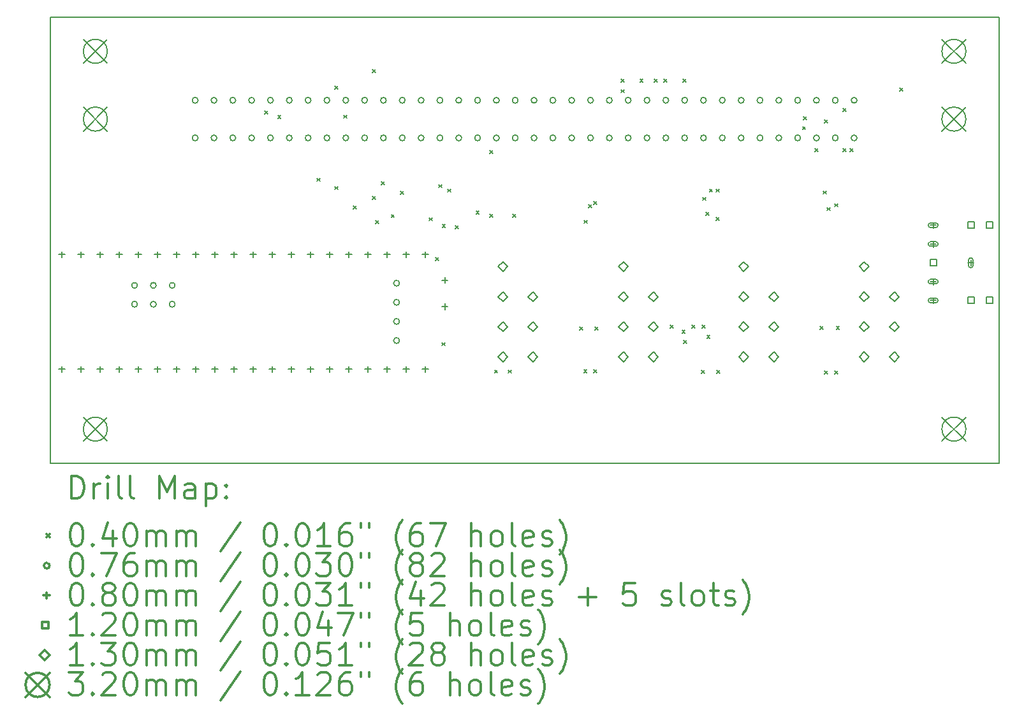
<source format=gbr>
%FSLAX45Y45*%
G04 Gerber Fmt 4.5, Leading zero omitted, Abs format (unit mm)*
G04 Created by KiCad (PCBNEW 5.1.5+dfsg1-2build2) date 2023-04-13 23:08:09*
%MOMM*%
%LPD*%
G04 APERTURE LIST*
%TA.AperFunction,Profile*%
%ADD10C,0.150000*%
%TD*%
%ADD11C,0.200000*%
%ADD12C,0.300000*%
G04 APERTURE END LIST*
D10*
X21150000Y-15070000D02*
X21150000Y-9150000D01*
X8550000Y-15070000D02*
X8550000Y-9150000D01*
X8550000Y-9150000D02*
X21150000Y-9150000D01*
X8550000Y-15070000D02*
X21150000Y-15070000D01*
D11*
X11400000Y-10390000D02*
X11440000Y-10430000D01*
X11440000Y-10390000D02*
X11400000Y-10430000D01*
X11573159Y-10450701D02*
X11613159Y-10490701D01*
X11613159Y-10450701D02*
X11573159Y-10490701D01*
X12094195Y-11285805D02*
X12134195Y-11325805D01*
X12134195Y-11285805D02*
X12094195Y-11325805D01*
X12330000Y-10060000D02*
X12370000Y-10100000D01*
X12370000Y-10060000D02*
X12330000Y-10100000D01*
X12331694Y-11395002D02*
X12371694Y-11435002D01*
X12371694Y-11395002D02*
X12331694Y-11435002D01*
X12450000Y-10447497D02*
X12490000Y-10487497D01*
X12490000Y-10447497D02*
X12450000Y-10487497D01*
X12575805Y-11655805D02*
X12615805Y-11695805D01*
X12615805Y-11655805D02*
X12575805Y-11695805D01*
X12830000Y-9840770D02*
X12870000Y-9880770D01*
X12870000Y-9840770D02*
X12830000Y-9880770D01*
X12830213Y-11527499D02*
X12870213Y-11567499D01*
X12870213Y-11527499D02*
X12830213Y-11567499D01*
X12870000Y-11850000D02*
X12910000Y-11890000D01*
X12910000Y-11850000D02*
X12870000Y-11890000D01*
X12950000Y-11332501D02*
X12990000Y-11372501D01*
X12990000Y-11332501D02*
X12950000Y-11372501D01*
X13080000Y-11767496D02*
X13120000Y-11807496D01*
X13120000Y-11767496D02*
X13080000Y-11807496D01*
X13200000Y-11460000D02*
X13240000Y-11500000D01*
X13240000Y-11460000D02*
X13200000Y-11500000D01*
X13580000Y-11810000D02*
X13620000Y-11850000D01*
X13620000Y-11810000D02*
X13580000Y-11850000D01*
X13665000Y-12340000D02*
X13705000Y-12380000D01*
X13705000Y-12340000D02*
X13665000Y-12380000D01*
X13710000Y-11370000D02*
X13750000Y-11410000D01*
X13750000Y-11370000D02*
X13710000Y-11410000D01*
X13750000Y-13470000D02*
X13790000Y-13510000D01*
X13790000Y-13470000D02*
X13750000Y-13510000D01*
X13756702Y-11896702D02*
X13796702Y-11936702D01*
X13796702Y-11896702D02*
X13756702Y-11936702D01*
X13830000Y-11430000D02*
X13870000Y-11470000D01*
X13870000Y-11430000D02*
X13830000Y-11470000D01*
X13929664Y-11914664D02*
X13969664Y-11954664D01*
X13969664Y-11914664D02*
X13929664Y-11954664D01*
X14205000Y-11720000D02*
X14245000Y-11760000D01*
X14245000Y-11720000D02*
X14205000Y-11760000D01*
X14387501Y-11765000D02*
X14427501Y-11805000D01*
X14427501Y-11765000D02*
X14387501Y-11805000D01*
X14390000Y-10915000D02*
X14430000Y-10955000D01*
X14430000Y-10915000D02*
X14390000Y-10955000D01*
X14450000Y-13835000D02*
X14490000Y-13875000D01*
X14490000Y-13835000D02*
X14450000Y-13875000D01*
X14630000Y-13835000D02*
X14670000Y-13875000D01*
X14670000Y-13835000D02*
X14630000Y-13875000D01*
X14690000Y-11765000D02*
X14730000Y-11805000D01*
X14730000Y-11765000D02*
X14690000Y-11805000D01*
X15580000Y-13265000D02*
X15620000Y-13305000D01*
X15620000Y-13265000D02*
X15580000Y-13305000D01*
X15635000Y-13830000D02*
X15675000Y-13870000D01*
X15675000Y-13830000D02*
X15635000Y-13870000D01*
X15640000Y-11845000D02*
X15680000Y-11885000D01*
X15680000Y-11845000D02*
X15640000Y-11885000D01*
X15700000Y-11635000D02*
X15740000Y-11675000D01*
X15740000Y-11635000D02*
X15700000Y-11675000D01*
X15768102Y-11593019D02*
X15808102Y-11633019D01*
X15808102Y-11593019D02*
X15768102Y-11633019D01*
X15770000Y-13830000D02*
X15810000Y-13870000D01*
X15810000Y-13830000D02*
X15770000Y-13870000D01*
X15785000Y-13265000D02*
X15825000Y-13305000D01*
X15825000Y-13265000D02*
X15785000Y-13305000D01*
X16130000Y-9970000D02*
X16170000Y-10010000D01*
X16170000Y-9970000D02*
X16130000Y-10010000D01*
X16130000Y-10110000D02*
X16170000Y-10150000D01*
X16170000Y-10110000D02*
X16130000Y-10150000D01*
X16380000Y-9969999D02*
X16420000Y-10009999D01*
X16420000Y-9969999D02*
X16380000Y-10009999D01*
X16570000Y-9970000D02*
X16610000Y-10010000D01*
X16610000Y-9970000D02*
X16570000Y-10010000D01*
X16700000Y-9970000D02*
X16740000Y-10010000D01*
X16740000Y-9970000D02*
X16700000Y-10010000D01*
X16785000Y-13240000D02*
X16825000Y-13280000D01*
X16825000Y-13240000D02*
X16785000Y-13280000D01*
X16940000Y-13305000D02*
X16980000Y-13345000D01*
X16980000Y-13305000D02*
X16940000Y-13345000D01*
X16950000Y-9970000D02*
X16990000Y-10010000D01*
X16990000Y-9970000D02*
X16950000Y-10010000D01*
X16960000Y-13440000D02*
X17000000Y-13480000D01*
X17000000Y-13440000D02*
X16960000Y-13480000D01*
X17070000Y-13240000D02*
X17110000Y-13280000D01*
X17110000Y-13240000D02*
X17070000Y-13280000D01*
X17200000Y-13840000D02*
X17240000Y-13880000D01*
X17240000Y-13840000D02*
X17200000Y-13880000D01*
X17205000Y-13240000D02*
X17245000Y-13280000D01*
X17245000Y-13240000D02*
X17205000Y-13280000D01*
X17215000Y-11540000D02*
X17255000Y-11580000D01*
X17255000Y-11540000D02*
X17215000Y-11580000D01*
X17259325Y-11737503D02*
X17299325Y-11777503D01*
X17299325Y-11737503D02*
X17259325Y-11777503D01*
X17270000Y-13375000D02*
X17310000Y-13415000D01*
X17310000Y-13375000D02*
X17270000Y-13415000D01*
X17305000Y-11430000D02*
X17345000Y-11470000D01*
X17345000Y-11430000D02*
X17305000Y-11470000D01*
X17390000Y-11805000D02*
X17430000Y-11845000D01*
X17430000Y-11805000D02*
X17390000Y-11845000D01*
X17390001Y-11430000D02*
X17430001Y-11470000D01*
X17430001Y-11430000D02*
X17390001Y-11470000D01*
X17400000Y-13840000D02*
X17440000Y-13880000D01*
X17440000Y-13840000D02*
X17400000Y-13880000D01*
X18540000Y-10600000D02*
X18580000Y-10640000D01*
X18580000Y-10600000D02*
X18540000Y-10640000D01*
X18550000Y-10470000D02*
X18590000Y-10510000D01*
X18590000Y-10470000D02*
X18550000Y-10510000D01*
X18705000Y-10890000D02*
X18745000Y-10930000D01*
X18745000Y-10890000D02*
X18705000Y-10930000D01*
X18775000Y-13255000D02*
X18815000Y-13295000D01*
X18815000Y-13255000D02*
X18775000Y-13295000D01*
X18815030Y-11454997D02*
X18855030Y-11494997D01*
X18855030Y-11454997D02*
X18815030Y-11494997D01*
X18830000Y-10510000D02*
X18870000Y-10550000D01*
X18870000Y-10510000D02*
X18830000Y-10550000D01*
X18835000Y-13845000D02*
X18875000Y-13885000D01*
X18875000Y-13845000D02*
X18835000Y-13885000D01*
X18865000Y-11675000D02*
X18905000Y-11715000D01*
X18905000Y-11675000D02*
X18865000Y-11715000D01*
X18965000Y-11625000D02*
X19005000Y-11665000D01*
X19005000Y-11625000D02*
X18965000Y-11665000D01*
X18970000Y-13845000D02*
X19010000Y-13885000D01*
X19010000Y-13845000D02*
X18970000Y-13885000D01*
X18990000Y-13255000D02*
X19030000Y-13295000D01*
X19030000Y-13255000D02*
X18990000Y-13295000D01*
X19080000Y-10357500D02*
X19120000Y-10397500D01*
X19120000Y-10357500D02*
X19080000Y-10397500D01*
X19080000Y-10890000D02*
X19120000Y-10930000D01*
X19120000Y-10890000D02*
X19080000Y-10930000D01*
X19170000Y-10890000D02*
X19210000Y-10930000D01*
X19210000Y-10890000D02*
X19170000Y-10930000D01*
X19830000Y-10090000D02*
X19870000Y-10130000D01*
X19870000Y-10090000D02*
X19830000Y-10130000D01*
X10513210Y-10250360D02*
G75*
G03X10513210Y-10250360I-38100J0D01*
G01*
X10513210Y-10750360D02*
G75*
G03X10513210Y-10750360I-38100J0D01*
G01*
X10763210Y-10250360D02*
G75*
G03X10763210Y-10250360I-38100J0D01*
G01*
X10763210Y-10750360D02*
G75*
G03X10763210Y-10750360I-38100J0D01*
G01*
X11013210Y-10250360D02*
G75*
G03X11013210Y-10250360I-38100J0D01*
G01*
X11013210Y-10750360D02*
G75*
G03X11013210Y-10750360I-38100J0D01*
G01*
X11263210Y-10250360D02*
G75*
G03X11263210Y-10250360I-38100J0D01*
G01*
X11263210Y-10750360D02*
G75*
G03X11263210Y-10750360I-38100J0D01*
G01*
X11513210Y-10250360D02*
G75*
G03X11513210Y-10250360I-38100J0D01*
G01*
X11513210Y-10750360D02*
G75*
G03X11513210Y-10750360I-38100J0D01*
G01*
X11763210Y-10250360D02*
G75*
G03X11763210Y-10250360I-38100J0D01*
G01*
X11763210Y-10750360D02*
G75*
G03X11763210Y-10750360I-38100J0D01*
G01*
X12013210Y-10250360D02*
G75*
G03X12013210Y-10250360I-38100J0D01*
G01*
X12013210Y-10750360D02*
G75*
G03X12013210Y-10750360I-38100J0D01*
G01*
X12263210Y-10250360D02*
G75*
G03X12263210Y-10250360I-38100J0D01*
G01*
X12263210Y-10750360D02*
G75*
G03X12263210Y-10750360I-38100J0D01*
G01*
X12513210Y-10250360D02*
G75*
G03X12513210Y-10250360I-38100J0D01*
G01*
X12513210Y-10750360D02*
G75*
G03X12513210Y-10750360I-38100J0D01*
G01*
X12763210Y-10250360D02*
G75*
G03X12763210Y-10250360I-38100J0D01*
G01*
X12763210Y-10750360D02*
G75*
G03X12763210Y-10750360I-38100J0D01*
G01*
X13013210Y-10250360D02*
G75*
G03X13013210Y-10250360I-38100J0D01*
G01*
X13013210Y-10750360D02*
G75*
G03X13013210Y-10750360I-38100J0D01*
G01*
X13263210Y-10250360D02*
G75*
G03X13263210Y-10250360I-38100J0D01*
G01*
X13263210Y-10750360D02*
G75*
G03X13263210Y-10750360I-38100J0D01*
G01*
X13513210Y-10250360D02*
G75*
G03X13513210Y-10250360I-38100J0D01*
G01*
X13513210Y-10750360D02*
G75*
G03X13513210Y-10750360I-38100J0D01*
G01*
X13763210Y-10250360D02*
G75*
G03X13763210Y-10250360I-38100J0D01*
G01*
X13763210Y-10750360D02*
G75*
G03X13763210Y-10750360I-38100J0D01*
G01*
X14013210Y-10250360D02*
G75*
G03X14013210Y-10250360I-38100J0D01*
G01*
X14013210Y-10750360D02*
G75*
G03X14013210Y-10750360I-38100J0D01*
G01*
X14263210Y-10250360D02*
G75*
G03X14263210Y-10250360I-38100J0D01*
G01*
X14263210Y-10750360D02*
G75*
G03X14263210Y-10750360I-38100J0D01*
G01*
X14513210Y-10250360D02*
G75*
G03X14513210Y-10250360I-38100J0D01*
G01*
X14513210Y-10750360D02*
G75*
G03X14513210Y-10750360I-38100J0D01*
G01*
X14763210Y-10250360D02*
G75*
G03X14763210Y-10250360I-38100J0D01*
G01*
X14763210Y-10750360D02*
G75*
G03X14763210Y-10750360I-38100J0D01*
G01*
X15013210Y-10250360D02*
G75*
G03X15013210Y-10250360I-38100J0D01*
G01*
X15013210Y-10750360D02*
G75*
G03X15013210Y-10750360I-38100J0D01*
G01*
X15263210Y-10250360D02*
G75*
G03X15263210Y-10250360I-38100J0D01*
G01*
X15263210Y-10750360D02*
G75*
G03X15263210Y-10750360I-38100J0D01*
G01*
X15513210Y-10250360D02*
G75*
G03X15513210Y-10250360I-38100J0D01*
G01*
X15513210Y-10750360D02*
G75*
G03X15513210Y-10750360I-38100J0D01*
G01*
X15763210Y-10250360D02*
G75*
G03X15763210Y-10250360I-38100J0D01*
G01*
X15763210Y-10750360D02*
G75*
G03X15763210Y-10750360I-38100J0D01*
G01*
X16013210Y-10250360D02*
G75*
G03X16013210Y-10250360I-38100J0D01*
G01*
X16013210Y-10750360D02*
G75*
G03X16013210Y-10750360I-38100J0D01*
G01*
X16263210Y-10250360D02*
G75*
G03X16263210Y-10250360I-38100J0D01*
G01*
X16263210Y-10750360D02*
G75*
G03X16263210Y-10750360I-38100J0D01*
G01*
X16513210Y-10250360D02*
G75*
G03X16513210Y-10250360I-38100J0D01*
G01*
X16513210Y-10750360D02*
G75*
G03X16513210Y-10750360I-38100J0D01*
G01*
X16763210Y-10250360D02*
G75*
G03X16763210Y-10250360I-38100J0D01*
G01*
X16763210Y-10750360D02*
G75*
G03X16763210Y-10750360I-38100J0D01*
G01*
X17013210Y-10250360D02*
G75*
G03X17013210Y-10250360I-38100J0D01*
G01*
X17013210Y-10750360D02*
G75*
G03X17013210Y-10750360I-38100J0D01*
G01*
X17263210Y-10250360D02*
G75*
G03X17263210Y-10250360I-38100J0D01*
G01*
X17263210Y-10750360D02*
G75*
G03X17263210Y-10750360I-38100J0D01*
G01*
X17513210Y-10250360D02*
G75*
G03X17513210Y-10250360I-38100J0D01*
G01*
X17513210Y-10750360D02*
G75*
G03X17513210Y-10750360I-38100J0D01*
G01*
X17763210Y-10250360D02*
G75*
G03X17763210Y-10250360I-38100J0D01*
G01*
X17763210Y-10750360D02*
G75*
G03X17763210Y-10750360I-38100J0D01*
G01*
X18013210Y-10250360D02*
G75*
G03X18013210Y-10250360I-38100J0D01*
G01*
X18013210Y-10750360D02*
G75*
G03X18013210Y-10750360I-38100J0D01*
G01*
X18263210Y-10250360D02*
G75*
G03X18263210Y-10250360I-38100J0D01*
G01*
X18263210Y-10750360D02*
G75*
G03X18263210Y-10750360I-38100J0D01*
G01*
X18513210Y-10250360D02*
G75*
G03X18513210Y-10250360I-38100J0D01*
G01*
X18513210Y-10750360D02*
G75*
G03X18513210Y-10750360I-38100J0D01*
G01*
X18763210Y-10250360D02*
G75*
G03X18763210Y-10250360I-38100J0D01*
G01*
X18763210Y-10750360D02*
G75*
G03X18763210Y-10750360I-38100J0D01*
G01*
X19013210Y-10250360D02*
G75*
G03X19013210Y-10250360I-38100J0D01*
G01*
X19013210Y-10750360D02*
G75*
G03X19013210Y-10750360I-38100J0D01*
G01*
X19263210Y-10250360D02*
G75*
G03X19263210Y-10250360I-38100J0D01*
G01*
X19263210Y-10750360D02*
G75*
G03X19263210Y-10750360I-38100J0D01*
G01*
X9708100Y-12710000D02*
G75*
G03X9708100Y-12710000I-38100J0D01*
G01*
X9708100Y-12960000D02*
G75*
G03X9708100Y-12960000I-38100J0D01*
G01*
X9958100Y-12710000D02*
G75*
G03X9958100Y-12710000I-38100J0D01*
G01*
X9958100Y-12960000D02*
G75*
G03X9958100Y-12960000I-38100J0D01*
G01*
X10208100Y-12710000D02*
G75*
G03X10208100Y-12710000I-38100J0D01*
G01*
X10208100Y-12960000D02*
G75*
G03X10208100Y-12960000I-38100J0D01*
G01*
X13187100Y-12681000D02*
G75*
G03X13187100Y-12681000I-38100J0D01*
G01*
X13187100Y-12935000D02*
G75*
G03X13187100Y-12935000I-38100J0D01*
G01*
X13187100Y-13189000D02*
G75*
G03X13187100Y-13189000I-38100J0D01*
G01*
X13187100Y-13443000D02*
G75*
G03X13187100Y-13443000I-38100J0D01*
G01*
X20275000Y-11870000D02*
X20275000Y-11950000D01*
X20235000Y-11910000D02*
X20315000Y-11910000D01*
X20310000Y-11880000D02*
X20240000Y-11880000D01*
X20310000Y-11940000D02*
X20240000Y-11940000D01*
X20240000Y-11880000D02*
G75*
G03X20240000Y-11940000I0J-30000D01*
G01*
X20310000Y-11940000D02*
G75*
G03X20310000Y-11880000I0J30000D01*
G01*
X20275000Y-12120000D02*
X20275000Y-12200000D01*
X20235000Y-12160000D02*
X20315000Y-12160000D01*
X20310000Y-12130000D02*
X20240000Y-12130000D01*
X20310000Y-12190000D02*
X20240000Y-12190000D01*
X20240000Y-12130000D02*
G75*
G03X20240000Y-12190000I0J-30000D01*
G01*
X20310000Y-12190000D02*
G75*
G03X20310000Y-12130000I0J30000D01*
G01*
X20275000Y-12620000D02*
X20275000Y-12700000D01*
X20235000Y-12660000D02*
X20315000Y-12660000D01*
X20310000Y-12630000D02*
X20240000Y-12630000D01*
X20310000Y-12690000D02*
X20240000Y-12690000D01*
X20240000Y-12630000D02*
G75*
G03X20240000Y-12690000I0J-30000D01*
G01*
X20310000Y-12690000D02*
G75*
G03X20310000Y-12630000I0J30000D01*
G01*
X20275000Y-12870000D02*
X20275000Y-12950000D01*
X20235000Y-12910000D02*
X20315000Y-12910000D01*
X20310000Y-12880000D02*
X20240000Y-12880000D01*
X20310000Y-12940000D02*
X20240000Y-12940000D01*
X20240000Y-12880000D02*
G75*
G03X20240000Y-12940000I0J-30000D01*
G01*
X20310000Y-12940000D02*
G75*
G03X20310000Y-12880000I0J30000D01*
G01*
X20775000Y-12370000D02*
X20775000Y-12450000D01*
X20735000Y-12410000D02*
X20815000Y-12410000D01*
X20805000Y-12445000D02*
X20805000Y-12375000D01*
X20745000Y-12445000D02*
X20745000Y-12375000D01*
X20805000Y-12375000D02*
G75*
G03X20745000Y-12375000I-30000J0D01*
G01*
X20745000Y-12445000D02*
G75*
G03X20805000Y-12445000I30000J0D01*
G01*
X8704000Y-12260000D02*
X8704000Y-12340000D01*
X8664000Y-12300000D02*
X8744000Y-12300000D01*
X8704000Y-13784000D02*
X8704000Y-13864000D01*
X8664000Y-13824000D02*
X8744000Y-13824000D01*
X8958000Y-12260000D02*
X8958000Y-12340000D01*
X8918000Y-12300000D02*
X8998000Y-12300000D01*
X8958000Y-13784000D02*
X8958000Y-13864000D01*
X8918000Y-13824000D02*
X8998000Y-13824000D01*
X9212000Y-12260000D02*
X9212000Y-12340000D01*
X9172000Y-12300000D02*
X9252000Y-12300000D01*
X9212000Y-13784000D02*
X9212000Y-13864000D01*
X9172000Y-13824000D02*
X9252000Y-13824000D01*
X9466000Y-12260000D02*
X9466000Y-12340000D01*
X9426000Y-12300000D02*
X9506000Y-12300000D01*
X9466000Y-13784000D02*
X9466000Y-13864000D01*
X9426000Y-13824000D02*
X9506000Y-13824000D01*
X9720000Y-12260000D02*
X9720000Y-12340000D01*
X9680000Y-12300000D02*
X9760000Y-12300000D01*
X9720000Y-13784000D02*
X9720000Y-13864000D01*
X9680000Y-13824000D02*
X9760000Y-13824000D01*
X9974000Y-12260000D02*
X9974000Y-12340000D01*
X9934000Y-12300000D02*
X10014000Y-12300000D01*
X9974000Y-13784000D02*
X9974000Y-13864000D01*
X9934000Y-13824000D02*
X10014000Y-13824000D01*
X10228000Y-12260000D02*
X10228000Y-12340000D01*
X10188000Y-12300000D02*
X10268000Y-12300000D01*
X10228000Y-13784000D02*
X10228000Y-13864000D01*
X10188000Y-13824000D02*
X10268000Y-13824000D01*
X10482000Y-12260000D02*
X10482000Y-12340000D01*
X10442000Y-12300000D02*
X10522000Y-12300000D01*
X10482000Y-13784000D02*
X10482000Y-13864000D01*
X10442000Y-13824000D02*
X10522000Y-13824000D01*
X10736000Y-12260000D02*
X10736000Y-12340000D01*
X10696000Y-12300000D02*
X10776000Y-12300000D01*
X10736000Y-13784000D02*
X10736000Y-13864000D01*
X10696000Y-13824000D02*
X10776000Y-13824000D01*
X10990000Y-12260000D02*
X10990000Y-12340000D01*
X10950000Y-12300000D02*
X11030000Y-12300000D01*
X10990000Y-13784000D02*
X10990000Y-13864000D01*
X10950000Y-13824000D02*
X11030000Y-13824000D01*
X11244000Y-12260000D02*
X11244000Y-12340000D01*
X11204000Y-12300000D02*
X11284000Y-12300000D01*
X11244000Y-13784000D02*
X11244000Y-13864000D01*
X11204000Y-13824000D02*
X11284000Y-13824000D01*
X11498000Y-12260000D02*
X11498000Y-12340000D01*
X11458000Y-12300000D02*
X11538000Y-12300000D01*
X11498000Y-13784000D02*
X11498000Y-13864000D01*
X11458000Y-13824000D02*
X11538000Y-13824000D01*
X11752000Y-12260000D02*
X11752000Y-12340000D01*
X11712000Y-12300000D02*
X11792000Y-12300000D01*
X11752000Y-13784000D02*
X11752000Y-13864000D01*
X11712000Y-13824000D02*
X11792000Y-13824000D01*
X12006000Y-12260000D02*
X12006000Y-12340000D01*
X11966000Y-12300000D02*
X12046000Y-12300000D01*
X12006000Y-13784000D02*
X12006000Y-13864000D01*
X11966000Y-13824000D02*
X12046000Y-13824000D01*
X12260000Y-12260000D02*
X12260000Y-12340000D01*
X12220000Y-12300000D02*
X12300000Y-12300000D01*
X12260000Y-13784000D02*
X12260000Y-13864000D01*
X12220000Y-13824000D02*
X12300000Y-13824000D01*
X12514000Y-12260000D02*
X12514000Y-12340000D01*
X12474000Y-12300000D02*
X12554000Y-12300000D01*
X12514000Y-13784000D02*
X12514000Y-13864000D01*
X12474000Y-13824000D02*
X12554000Y-13824000D01*
X12768000Y-12260000D02*
X12768000Y-12340000D01*
X12728000Y-12300000D02*
X12808000Y-12300000D01*
X12768000Y-13784000D02*
X12768000Y-13864000D01*
X12728000Y-13824000D02*
X12808000Y-13824000D01*
X13022000Y-12260000D02*
X13022000Y-12340000D01*
X12982000Y-12300000D02*
X13062000Y-12300000D01*
X13022000Y-13784000D02*
X13022000Y-13864000D01*
X12982000Y-13824000D02*
X13062000Y-13824000D01*
X13276000Y-12260000D02*
X13276000Y-12340000D01*
X13236000Y-12300000D02*
X13316000Y-12300000D01*
X13276000Y-13784000D02*
X13276000Y-13864000D01*
X13236000Y-13824000D02*
X13316000Y-13824000D01*
X13530000Y-12260000D02*
X13530000Y-12340000D01*
X13490000Y-12300000D02*
X13570000Y-12300000D01*
X13530000Y-13784000D02*
X13530000Y-13864000D01*
X13490000Y-13824000D02*
X13570000Y-13824000D01*
X13790000Y-12600000D02*
X13790000Y-12680000D01*
X13750000Y-12640000D02*
X13830000Y-12640000D01*
X13790000Y-12950000D02*
X13790000Y-13030000D01*
X13750000Y-12990000D02*
X13830000Y-12990000D01*
X20317427Y-12452427D02*
X20317427Y-12367573D01*
X20232573Y-12367573D01*
X20232573Y-12452427D01*
X20317427Y-12452427D01*
X20817427Y-11952427D02*
X20817427Y-11867573D01*
X20732573Y-11867573D01*
X20732573Y-11952427D01*
X20817427Y-11952427D01*
X20817427Y-12952427D02*
X20817427Y-12867573D01*
X20732573Y-12867573D01*
X20732573Y-12952427D01*
X20817427Y-12952427D01*
X21067427Y-11952427D02*
X21067427Y-11867573D01*
X20982573Y-11867573D01*
X20982573Y-11952427D01*
X21067427Y-11952427D01*
X21067427Y-12952427D02*
X21067427Y-12867573D01*
X20982573Y-12867573D01*
X20982573Y-12952427D01*
X21067427Y-12952427D01*
X17760000Y-12525000D02*
X17825000Y-12460000D01*
X17760000Y-12395000D01*
X17695000Y-12460000D01*
X17760000Y-12525000D01*
X17760000Y-12925000D02*
X17825000Y-12860000D01*
X17760000Y-12795000D01*
X17695000Y-12860000D01*
X17760000Y-12925000D01*
X17760000Y-13325000D02*
X17825000Y-13260000D01*
X17760000Y-13195000D01*
X17695000Y-13260000D01*
X17760000Y-13325000D01*
X17760000Y-13725000D02*
X17825000Y-13660000D01*
X17760000Y-13595000D01*
X17695000Y-13660000D01*
X17760000Y-13725000D01*
X18160000Y-12925000D02*
X18225000Y-12860000D01*
X18160000Y-12795000D01*
X18095000Y-12860000D01*
X18160000Y-12925000D01*
X18160000Y-13325000D02*
X18225000Y-13260000D01*
X18160000Y-13195000D01*
X18095000Y-13260000D01*
X18160000Y-13325000D01*
X18160000Y-13725000D02*
X18225000Y-13660000D01*
X18160000Y-13595000D01*
X18095000Y-13660000D01*
X18160000Y-13725000D01*
X19360000Y-12525000D02*
X19425000Y-12460000D01*
X19360000Y-12395000D01*
X19295000Y-12460000D01*
X19360000Y-12525000D01*
X19360000Y-12925000D02*
X19425000Y-12860000D01*
X19360000Y-12795000D01*
X19295000Y-12860000D01*
X19360000Y-12925000D01*
X19360000Y-13325000D02*
X19425000Y-13260000D01*
X19360000Y-13195000D01*
X19295000Y-13260000D01*
X19360000Y-13325000D01*
X19360000Y-13725000D02*
X19425000Y-13660000D01*
X19360000Y-13595000D01*
X19295000Y-13660000D01*
X19360000Y-13725000D01*
X19760000Y-12925000D02*
X19825000Y-12860000D01*
X19760000Y-12795000D01*
X19695000Y-12860000D01*
X19760000Y-12925000D01*
X19760000Y-13325000D02*
X19825000Y-13260000D01*
X19760000Y-13195000D01*
X19695000Y-13260000D01*
X19760000Y-13325000D01*
X19760000Y-13725000D02*
X19825000Y-13660000D01*
X19760000Y-13595000D01*
X19695000Y-13660000D01*
X19760000Y-13725000D01*
X16160000Y-12525000D02*
X16225000Y-12460000D01*
X16160000Y-12395000D01*
X16095000Y-12460000D01*
X16160000Y-12525000D01*
X16160000Y-12925000D02*
X16225000Y-12860000D01*
X16160000Y-12795000D01*
X16095000Y-12860000D01*
X16160000Y-12925000D01*
X16160000Y-13325000D02*
X16225000Y-13260000D01*
X16160000Y-13195000D01*
X16095000Y-13260000D01*
X16160000Y-13325000D01*
X16160000Y-13725000D02*
X16225000Y-13660000D01*
X16160000Y-13595000D01*
X16095000Y-13660000D01*
X16160000Y-13725000D01*
X16560000Y-12925000D02*
X16625000Y-12860000D01*
X16560000Y-12795000D01*
X16495000Y-12860000D01*
X16560000Y-12925000D01*
X16560000Y-13325000D02*
X16625000Y-13260000D01*
X16560000Y-13195000D01*
X16495000Y-13260000D01*
X16560000Y-13325000D01*
X16560000Y-13725000D02*
X16625000Y-13660000D01*
X16560000Y-13595000D01*
X16495000Y-13660000D01*
X16560000Y-13725000D01*
X14560000Y-12525000D02*
X14625000Y-12460000D01*
X14560000Y-12395000D01*
X14495000Y-12460000D01*
X14560000Y-12525000D01*
X14560000Y-12925000D02*
X14625000Y-12860000D01*
X14560000Y-12795000D01*
X14495000Y-12860000D01*
X14560000Y-12925000D01*
X14560000Y-13325000D02*
X14625000Y-13260000D01*
X14560000Y-13195000D01*
X14495000Y-13260000D01*
X14560000Y-13325000D01*
X14560000Y-13725000D02*
X14625000Y-13660000D01*
X14560000Y-13595000D01*
X14495000Y-13660000D01*
X14560000Y-13725000D01*
X14960000Y-12925000D02*
X15025000Y-12860000D01*
X14960000Y-12795000D01*
X14895000Y-12860000D01*
X14960000Y-12925000D01*
X14960000Y-13325000D02*
X15025000Y-13260000D01*
X14960000Y-13195000D01*
X14895000Y-13260000D01*
X14960000Y-13325000D01*
X14960000Y-13725000D02*
X15025000Y-13660000D01*
X14960000Y-13595000D01*
X14895000Y-13660000D01*
X14960000Y-13725000D01*
X8990000Y-14460000D02*
X9310000Y-14780000D01*
X9310000Y-14460000D02*
X8990000Y-14780000D01*
X9310000Y-14620000D02*
G75*
G03X9310000Y-14620000I-160000J0D01*
G01*
X20390000Y-14460000D02*
X20710000Y-14780000D01*
X20710000Y-14460000D02*
X20390000Y-14780000D01*
X20710000Y-14620000D02*
G75*
G03X20710000Y-14620000I-160000J0D01*
G01*
X20390000Y-9440000D02*
X20710000Y-9760000D01*
X20710000Y-9440000D02*
X20390000Y-9760000D01*
X20710000Y-9600000D02*
G75*
G03X20710000Y-9600000I-160000J0D01*
G01*
X8990110Y-10340360D02*
X9310110Y-10660360D01*
X9310110Y-10340360D02*
X8990110Y-10660360D01*
X9310110Y-10500360D02*
G75*
G03X9310110Y-10500360I-160000J0D01*
G01*
X20390110Y-10340360D02*
X20710110Y-10660360D01*
X20710110Y-10340360D02*
X20390110Y-10660360D01*
X20710110Y-10500360D02*
G75*
G03X20710110Y-10500360I-160000J0D01*
G01*
X8990000Y-9440000D02*
X9310000Y-9760000D01*
X9310000Y-9440000D02*
X8990000Y-9760000D01*
X9310000Y-9600000D02*
G75*
G03X9310000Y-9600000I-160000J0D01*
G01*
D12*
X8828928Y-15543214D02*
X8828928Y-15243214D01*
X8900357Y-15243214D01*
X8943214Y-15257500D01*
X8971786Y-15286071D01*
X8986071Y-15314643D01*
X9000357Y-15371786D01*
X9000357Y-15414643D01*
X8986071Y-15471786D01*
X8971786Y-15500357D01*
X8943214Y-15528929D01*
X8900357Y-15543214D01*
X8828928Y-15543214D01*
X9128928Y-15543214D02*
X9128928Y-15343214D01*
X9128928Y-15400357D02*
X9143214Y-15371786D01*
X9157500Y-15357500D01*
X9186071Y-15343214D01*
X9214643Y-15343214D01*
X9314643Y-15543214D02*
X9314643Y-15343214D01*
X9314643Y-15243214D02*
X9300357Y-15257500D01*
X9314643Y-15271786D01*
X9328928Y-15257500D01*
X9314643Y-15243214D01*
X9314643Y-15271786D01*
X9500357Y-15543214D02*
X9471786Y-15528929D01*
X9457500Y-15500357D01*
X9457500Y-15243214D01*
X9657500Y-15543214D02*
X9628928Y-15528929D01*
X9614643Y-15500357D01*
X9614643Y-15243214D01*
X10000357Y-15543214D02*
X10000357Y-15243214D01*
X10100357Y-15457500D01*
X10200357Y-15243214D01*
X10200357Y-15543214D01*
X10471786Y-15543214D02*
X10471786Y-15386071D01*
X10457500Y-15357500D01*
X10428928Y-15343214D01*
X10371786Y-15343214D01*
X10343214Y-15357500D01*
X10471786Y-15528929D02*
X10443214Y-15543214D01*
X10371786Y-15543214D01*
X10343214Y-15528929D01*
X10328928Y-15500357D01*
X10328928Y-15471786D01*
X10343214Y-15443214D01*
X10371786Y-15428929D01*
X10443214Y-15428929D01*
X10471786Y-15414643D01*
X10614643Y-15343214D02*
X10614643Y-15643214D01*
X10614643Y-15357500D02*
X10643214Y-15343214D01*
X10700357Y-15343214D01*
X10728928Y-15357500D01*
X10743214Y-15371786D01*
X10757500Y-15400357D01*
X10757500Y-15486071D01*
X10743214Y-15514643D01*
X10728928Y-15528929D01*
X10700357Y-15543214D01*
X10643214Y-15543214D01*
X10614643Y-15528929D01*
X10886071Y-15514643D02*
X10900357Y-15528929D01*
X10886071Y-15543214D01*
X10871786Y-15528929D01*
X10886071Y-15514643D01*
X10886071Y-15543214D01*
X10886071Y-15357500D02*
X10900357Y-15371786D01*
X10886071Y-15386071D01*
X10871786Y-15371786D01*
X10886071Y-15357500D01*
X10886071Y-15386071D01*
X8502500Y-16017500D02*
X8542500Y-16057500D01*
X8542500Y-16017500D02*
X8502500Y-16057500D01*
X8886071Y-15873214D02*
X8914643Y-15873214D01*
X8943214Y-15887500D01*
X8957500Y-15901786D01*
X8971786Y-15930357D01*
X8986071Y-15987500D01*
X8986071Y-16058929D01*
X8971786Y-16116071D01*
X8957500Y-16144643D01*
X8943214Y-16158929D01*
X8914643Y-16173214D01*
X8886071Y-16173214D01*
X8857500Y-16158929D01*
X8843214Y-16144643D01*
X8828928Y-16116071D01*
X8814643Y-16058929D01*
X8814643Y-15987500D01*
X8828928Y-15930357D01*
X8843214Y-15901786D01*
X8857500Y-15887500D01*
X8886071Y-15873214D01*
X9114643Y-16144643D02*
X9128928Y-16158929D01*
X9114643Y-16173214D01*
X9100357Y-16158929D01*
X9114643Y-16144643D01*
X9114643Y-16173214D01*
X9386071Y-15973214D02*
X9386071Y-16173214D01*
X9314643Y-15858929D02*
X9243214Y-16073214D01*
X9428928Y-16073214D01*
X9600357Y-15873214D02*
X9628928Y-15873214D01*
X9657500Y-15887500D01*
X9671786Y-15901786D01*
X9686071Y-15930357D01*
X9700357Y-15987500D01*
X9700357Y-16058929D01*
X9686071Y-16116071D01*
X9671786Y-16144643D01*
X9657500Y-16158929D01*
X9628928Y-16173214D01*
X9600357Y-16173214D01*
X9571786Y-16158929D01*
X9557500Y-16144643D01*
X9543214Y-16116071D01*
X9528928Y-16058929D01*
X9528928Y-15987500D01*
X9543214Y-15930357D01*
X9557500Y-15901786D01*
X9571786Y-15887500D01*
X9600357Y-15873214D01*
X9828928Y-16173214D02*
X9828928Y-15973214D01*
X9828928Y-16001786D02*
X9843214Y-15987500D01*
X9871786Y-15973214D01*
X9914643Y-15973214D01*
X9943214Y-15987500D01*
X9957500Y-16016071D01*
X9957500Y-16173214D01*
X9957500Y-16016071D02*
X9971786Y-15987500D01*
X10000357Y-15973214D01*
X10043214Y-15973214D01*
X10071786Y-15987500D01*
X10086071Y-16016071D01*
X10086071Y-16173214D01*
X10228928Y-16173214D02*
X10228928Y-15973214D01*
X10228928Y-16001786D02*
X10243214Y-15987500D01*
X10271786Y-15973214D01*
X10314643Y-15973214D01*
X10343214Y-15987500D01*
X10357500Y-16016071D01*
X10357500Y-16173214D01*
X10357500Y-16016071D02*
X10371786Y-15987500D01*
X10400357Y-15973214D01*
X10443214Y-15973214D01*
X10471786Y-15987500D01*
X10486071Y-16016071D01*
X10486071Y-16173214D01*
X11071786Y-15858929D02*
X10814643Y-16244643D01*
X11457500Y-15873214D02*
X11486071Y-15873214D01*
X11514643Y-15887500D01*
X11528928Y-15901786D01*
X11543214Y-15930357D01*
X11557500Y-15987500D01*
X11557500Y-16058929D01*
X11543214Y-16116071D01*
X11528928Y-16144643D01*
X11514643Y-16158929D01*
X11486071Y-16173214D01*
X11457500Y-16173214D01*
X11428928Y-16158929D01*
X11414643Y-16144643D01*
X11400357Y-16116071D01*
X11386071Y-16058929D01*
X11386071Y-15987500D01*
X11400357Y-15930357D01*
X11414643Y-15901786D01*
X11428928Y-15887500D01*
X11457500Y-15873214D01*
X11686071Y-16144643D02*
X11700357Y-16158929D01*
X11686071Y-16173214D01*
X11671786Y-16158929D01*
X11686071Y-16144643D01*
X11686071Y-16173214D01*
X11886071Y-15873214D02*
X11914643Y-15873214D01*
X11943214Y-15887500D01*
X11957500Y-15901786D01*
X11971786Y-15930357D01*
X11986071Y-15987500D01*
X11986071Y-16058929D01*
X11971786Y-16116071D01*
X11957500Y-16144643D01*
X11943214Y-16158929D01*
X11914643Y-16173214D01*
X11886071Y-16173214D01*
X11857500Y-16158929D01*
X11843214Y-16144643D01*
X11828928Y-16116071D01*
X11814643Y-16058929D01*
X11814643Y-15987500D01*
X11828928Y-15930357D01*
X11843214Y-15901786D01*
X11857500Y-15887500D01*
X11886071Y-15873214D01*
X12271786Y-16173214D02*
X12100357Y-16173214D01*
X12186071Y-16173214D02*
X12186071Y-15873214D01*
X12157500Y-15916071D01*
X12128928Y-15944643D01*
X12100357Y-15958929D01*
X12528928Y-15873214D02*
X12471786Y-15873214D01*
X12443214Y-15887500D01*
X12428928Y-15901786D01*
X12400357Y-15944643D01*
X12386071Y-16001786D01*
X12386071Y-16116071D01*
X12400357Y-16144643D01*
X12414643Y-16158929D01*
X12443214Y-16173214D01*
X12500357Y-16173214D01*
X12528928Y-16158929D01*
X12543214Y-16144643D01*
X12557500Y-16116071D01*
X12557500Y-16044643D01*
X12543214Y-16016071D01*
X12528928Y-16001786D01*
X12500357Y-15987500D01*
X12443214Y-15987500D01*
X12414643Y-16001786D01*
X12400357Y-16016071D01*
X12386071Y-16044643D01*
X12671786Y-15873214D02*
X12671786Y-15930357D01*
X12786071Y-15873214D02*
X12786071Y-15930357D01*
X13228928Y-16287500D02*
X13214643Y-16273214D01*
X13186071Y-16230357D01*
X13171786Y-16201786D01*
X13157500Y-16158929D01*
X13143214Y-16087500D01*
X13143214Y-16030357D01*
X13157500Y-15958929D01*
X13171786Y-15916071D01*
X13186071Y-15887500D01*
X13214643Y-15844643D01*
X13228928Y-15830357D01*
X13471786Y-15873214D02*
X13414643Y-15873214D01*
X13386071Y-15887500D01*
X13371786Y-15901786D01*
X13343214Y-15944643D01*
X13328928Y-16001786D01*
X13328928Y-16116071D01*
X13343214Y-16144643D01*
X13357500Y-16158929D01*
X13386071Y-16173214D01*
X13443214Y-16173214D01*
X13471786Y-16158929D01*
X13486071Y-16144643D01*
X13500357Y-16116071D01*
X13500357Y-16044643D01*
X13486071Y-16016071D01*
X13471786Y-16001786D01*
X13443214Y-15987500D01*
X13386071Y-15987500D01*
X13357500Y-16001786D01*
X13343214Y-16016071D01*
X13328928Y-16044643D01*
X13600357Y-15873214D02*
X13800357Y-15873214D01*
X13671786Y-16173214D01*
X14143214Y-16173214D02*
X14143214Y-15873214D01*
X14271786Y-16173214D02*
X14271786Y-16016071D01*
X14257500Y-15987500D01*
X14228928Y-15973214D01*
X14186071Y-15973214D01*
X14157500Y-15987500D01*
X14143214Y-16001786D01*
X14457500Y-16173214D02*
X14428928Y-16158929D01*
X14414643Y-16144643D01*
X14400357Y-16116071D01*
X14400357Y-16030357D01*
X14414643Y-16001786D01*
X14428928Y-15987500D01*
X14457500Y-15973214D01*
X14500357Y-15973214D01*
X14528928Y-15987500D01*
X14543214Y-16001786D01*
X14557500Y-16030357D01*
X14557500Y-16116071D01*
X14543214Y-16144643D01*
X14528928Y-16158929D01*
X14500357Y-16173214D01*
X14457500Y-16173214D01*
X14728928Y-16173214D02*
X14700357Y-16158929D01*
X14686071Y-16130357D01*
X14686071Y-15873214D01*
X14957500Y-16158929D02*
X14928928Y-16173214D01*
X14871786Y-16173214D01*
X14843214Y-16158929D01*
X14828928Y-16130357D01*
X14828928Y-16016071D01*
X14843214Y-15987500D01*
X14871786Y-15973214D01*
X14928928Y-15973214D01*
X14957500Y-15987500D01*
X14971786Y-16016071D01*
X14971786Y-16044643D01*
X14828928Y-16073214D01*
X15086071Y-16158929D02*
X15114643Y-16173214D01*
X15171786Y-16173214D01*
X15200357Y-16158929D01*
X15214643Y-16130357D01*
X15214643Y-16116071D01*
X15200357Y-16087500D01*
X15171786Y-16073214D01*
X15128928Y-16073214D01*
X15100357Y-16058929D01*
X15086071Y-16030357D01*
X15086071Y-16016071D01*
X15100357Y-15987500D01*
X15128928Y-15973214D01*
X15171786Y-15973214D01*
X15200357Y-15987500D01*
X15314643Y-16287500D02*
X15328928Y-16273214D01*
X15357500Y-16230357D01*
X15371786Y-16201786D01*
X15386071Y-16158929D01*
X15400357Y-16087500D01*
X15400357Y-16030357D01*
X15386071Y-15958929D01*
X15371786Y-15916071D01*
X15357500Y-15887500D01*
X15328928Y-15844643D01*
X15314643Y-15830357D01*
X8542500Y-16433500D02*
G75*
G03X8542500Y-16433500I-38100J0D01*
G01*
X8886071Y-16269214D02*
X8914643Y-16269214D01*
X8943214Y-16283500D01*
X8957500Y-16297786D01*
X8971786Y-16326357D01*
X8986071Y-16383500D01*
X8986071Y-16454929D01*
X8971786Y-16512071D01*
X8957500Y-16540643D01*
X8943214Y-16554929D01*
X8914643Y-16569214D01*
X8886071Y-16569214D01*
X8857500Y-16554929D01*
X8843214Y-16540643D01*
X8828928Y-16512071D01*
X8814643Y-16454929D01*
X8814643Y-16383500D01*
X8828928Y-16326357D01*
X8843214Y-16297786D01*
X8857500Y-16283500D01*
X8886071Y-16269214D01*
X9114643Y-16540643D02*
X9128928Y-16554929D01*
X9114643Y-16569214D01*
X9100357Y-16554929D01*
X9114643Y-16540643D01*
X9114643Y-16569214D01*
X9228928Y-16269214D02*
X9428928Y-16269214D01*
X9300357Y-16569214D01*
X9671786Y-16269214D02*
X9614643Y-16269214D01*
X9586071Y-16283500D01*
X9571786Y-16297786D01*
X9543214Y-16340643D01*
X9528928Y-16397786D01*
X9528928Y-16512071D01*
X9543214Y-16540643D01*
X9557500Y-16554929D01*
X9586071Y-16569214D01*
X9643214Y-16569214D01*
X9671786Y-16554929D01*
X9686071Y-16540643D01*
X9700357Y-16512071D01*
X9700357Y-16440643D01*
X9686071Y-16412071D01*
X9671786Y-16397786D01*
X9643214Y-16383500D01*
X9586071Y-16383500D01*
X9557500Y-16397786D01*
X9543214Y-16412071D01*
X9528928Y-16440643D01*
X9828928Y-16569214D02*
X9828928Y-16369214D01*
X9828928Y-16397786D02*
X9843214Y-16383500D01*
X9871786Y-16369214D01*
X9914643Y-16369214D01*
X9943214Y-16383500D01*
X9957500Y-16412071D01*
X9957500Y-16569214D01*
X9957500Y-16412071D02*
X9971786Y-16383500D01*
X10000357Y-16369214D01*
X10043214Y-16369214D01*
X10071786Y-16383500D01*
X10086071Y-16412071D01*
X10086071Y-16569214D01*
X10228928Y-16569214D02*
X10228928Y-16369214D01*
X10228928Y-16397786D02*
X10243214Y-16383500D01*
X10271786Y-16369214D01*
X10314643Y-16369214D01*
X10343214Y-16383500D01*
X10357500Y-16412071D01*
X10357500Y-16569214D01*
X10357500Y-16412071D02*
X10371786Y-16383500D01*
X10400357Y-16369214D01*
X10443214Y-16369214D01*
X10471786Y-16383500D01*
X10486071Y-16412071D01*
X10486071Y-16569214D01*
X11071786Y-16254929D02*
X10814643Y-16640643D01*
X11457500Y-16269214D02*
X11486071Y-16269214D01*
X11514643Y-16283500D01*
X11528928Y-16297786D01*
X11543214Y-16326357D01*
X11557500Y-16383500D01*
X11557500Y-16454929D01*
X11543214Y-16512071D01*
X11528928Y-16540643D01*
X11514643Y-16554929D01*
X11486071Y-16569214D01*
X11457500Y-16569214D01*
X11428928Y-16554929D01*
X11414643Y-16540643D01*
X11400357Y-16512071D01*
X11386071Y-16454929D01*
X11386071Y-16383500D01*
X11400357Y-16326357D01*
X11414643Y-16297786D01*
X11428928Y-16283500D01*
X11457500Y-16269214D01*
X11686071Y-16540643D02*
X11700357Y-16554929D01*
X11686071Y-16569214D01*
X11671786Y-16554929D01*
X11686071Y-16540643D01*
X11686071Y-16569214D01*
X11886071Y-16269214D02*
X11914643Y-16269214D01*
X11943214Y-16283500D01*
X11957500Y-16297786D01*
X11971786Y-16326357D01*
X11986071Y-16383500D01*
X11986071Y-16454929D01*
X11971786Y-16512071D01*
X11957500Y-16540643D01*
X11943214Y-16554929D01*
X11914643Y-16569214D01*
X11886071Y-16569214D01*
X11857500Y-16554929D01*
X11843214Y-16540643D01*
X11828928Y-16512071D01*
X11814643Y-16454929D01*
X11814643Y-16383500D01*
X11828928Y-16326357D01*
X11843214Y-16297786D01*
X11857500Y-16283500D01*
X11886071Y-16269214D01*
X12086071Y-16269214D02*
X12271786Y-16269214D01*
X12171786Y-16383500D01*
X12214643Y-16383500D01*
X12243214Y-16397786D01*
X12257500Y-16412071D01*
X12271786Y-16440643D01*
X12271786Y-16512071D01*
X12257500Y-16540643D01*
X12243214Y-16554929D01*
X12214643Y-16569214D01*
X12128928Y-16569214D01*
X12100357Y-16554929D01*
X12086071Y-16540643D01*
X12457500Y-16269214D02*
X12486071Y-16269214D01*
X12514643Y-16283500D01*
X12528928Y-16297786D01*
X12543214Y-16326357D01*
X12557500Y-16383500D01*
X12557500Y-16454929D01*
X12543214Y-16512071D01*
X12528928Y-16540643D01*
X12514643Y-16554929D01*
X12486071Y-16569214D01*
X12457500Y-16569214D01*
X12428928Y-16554929D01*
X12414643Y-16540643D01*
X12400357Y-16512071D01*
X12386071Y-16454929D01*
X12386071Y-16383500D01*
X12400357Y-16326357D01*
X12414643Y-16297786D01*
X12428928Y-16283500D01*
X12457500Y-16269214D01*
X12671786Y-16269214D02*
X12671786Y-16326357D01*
X12786071Y-16269214D02*
X12786071Y-16326357D01*
X13228928Y-16683500D02*
X13214643Y-16669214D01*
X13186071Y-16626357D01*
X13171786Y-16597786D01*
X13157500Y-16554929D01*
X13143214Y-16483500D01*
X13143214Y-16426357D01*
X13157500Y-16354929D01*
X13171786Y-16312071D01*
X13186071Y-16283500D01*
X13214643Y-16240643D01*
X13228928Y-16226357D01*
X13386071Y-16397786D02*
X13357500Y-16383500D01*
X13343214Y-16369214D01*
X13328928Y-16340643D01*
X13328928Y-16326357D01*
X13343214Y-16297786D01*
X13357500Y-16283500D01*
X13386071Y-16269214D01*
X13443214Y-16269214D01*
X13471786Y-16283500D01*
X13486071Y-16297786D01*
X13500357Y-16326357D01*
X13500357Y-16340643D01*
X13486071Y-16369214D01*
X13471786Y-16383500D01*
X13443214Y-16397786D01*
X13386071Y-16397786D01*
X13357500Y-16412071D01*
X13343214Y-16426357D01*
X13328928Y-16454929D01*
X13328928Y-16512071D01*
X13343214Y-16540643D01*
X13357500Y-16554929D01*
X13386071Y-16569214D01*
X13443214Y-16569214D01*
X13471786Y-16554929D01*
X13486071Y-16540643D01*
X13500357Y-16512071D01*
X13500357Y-16454929D01*
X13486071Y-16426357D01*
X13471786Y-16412071D01*
X13443214Y-16397786D01*
X13614643Y-16297786D02*
X13628928Y-16283500D01*
X13657500Y-16269214D01*
X13728928Y-16269214D01*
X13757500Y-16283500D01*
X13771786Y-16297786D01*
X13786071Y-16326357D01*
X13786071Y-16354929D01*
X13771786Y-16397786D01*
X13600357Y-16569214D01*
X13786071Y-16569214D01*
X14143214Y-16569214D02*
X14143214Y-16269214D01*
X14271786Y-16569214D02*
X14271786Y-16412071D01*
X14257500Y-16383500D01*
X14228928Y-16369214D01*
X14186071Y-16369214D01*
X14157500Y-16383500D01*
X14143214Y-16397786D01*
X14457500Y-16569214D02*
X14428928Y-16554929D01*
X14414643Y-16540643D01*
X14400357Y-16512071D01*
X14400357Y-16426357D01*
X14414643Y-16397786D01*
X14428928Y-16383500D01*
X14457500Y-16369214D01*
X14500357Y-16369214D01*
X14528928Y-16383500D01*
X14543214Y-16397786D01*
X14557500Y-16426357D01*
X14557500Y-16512071D01*
X14543214Y-16540643D01*
X14528928Y-16554929D01*
X14500357Y-16569214D01*
X14457500Y-16569214D01*
X14728928Y-16569214D02*
X14700357Y-16554929D01*
X14686071Y-16526357D01*
X14686071Y-16269214D01*
X14957500Y-16554929D02*
X14928928Y-16569214D01*
X14871786Y-16569214D01*
X14843214Y-16554929D01*
X14828928Y-16526357D01*
X14828928Y-16412071D01*
X14843214Y-16383500D01*
X14871786Y-16369214D01*
X14928928Y-16369214D01*
X14957500Y-16383500D01*
X14971786Y-16412071D01*
X14971786Y-16440643D01*
X14828928Y-16469214D01*
X15086071Y-16554929D02*
X15114643Y-16569214D01*
X15171786Y-16569214D01*
X15200357Y-16554929D01*
X15214643Y-16526357D01*
X15214643Y-16512071D01*
X15200357Y-16483500D01*
X15171786Y-16469214D01*
X15128928Y-16469214D01*
X15100357Y-16454929D01*
X15086071Y-16426357D01*
X15086071Y-16412071D01*
X15100357Y-16383500D01*
X15128928Y-16369214D01*
X15171786Y-16369214D01*
X15200357Y-16383500D01*
X15314643Y-16683500D02*
X15328928Y-16669214D01*
X15357500Y-16626357D01*
X15371786Y-16597786D01*
X15386071Y-16554929D01*
X15400357Y-16483500D01*
X15400357Y-16426357D01*
X15386071Y-16354929D01*
X15371786Y-16312071D01*
X15357500Y-16283500D01*
X15328928Y-16240643D01*
X15314643Y-16226357D01*
X8502500Y-16789500D02*
X8502500Y-16869500D01*
X8462500Y-16829500D02*
X8542500Y-16829500D01*
X8886071Y-16665214D02*
X8914643Y-16665214D01*
X8943214Y-16679500D01*
X8957500Y-16693786D01*
X8971786Y-16722357D01*
X8986071Y-16779500D01*
X8986071Y-16850929D01*
X8971786Y-16908072D01*
X8957500Y-16936643D01*
X8943214Y-16950929D01*
X8914643Y-16965214D01*
X8886071Y-16965214D01*
X8857500Y-16950929D01*
X8843214Y-16936643D01*
X8828928Y-16908072D01*
X8814643Y-16850929D01*
X8814643Y-16779500D01*
X8828928Y-16722357D01*
X8843214Y-16693786D01*
X8857500Y-16679500D01*
X8886071Y-16665214D01*
X9114643Y-16936643D02*
X9128928Y-16950929D01*
X9114643Y-16965214D01*
X9100357Y-16950929D01*
X9114643Y-16936643D01*
X9114643Y-16965214D01*
X9300357Y-16793786D02*
X9271786Y-16779500D01*
X9257500Y-16765214D01*
X9243214Y-16736643D01*
X9243214Y-16722357D01*
X9257500Y-16693786D01*
X9271786Y-16679500D01*
X9300357Y-16665214D01*
X9357500Y-16665214D01*
X9386071Y-16679500D01*
X9400357Y-16693786D01*
X9414643Y-16722357D01*
X9414643Y-16736643D01*
X9400357Y-16765214D01*
X9386071Y-16779500D01*
X9357500Y-16793786D01*
X9300357Y-16793786D01*
X9271786Y-16808072D01*
X9257500Y-16822357D01*
X9243214Y-16850929D01*
X9243214Y-16908072D01*
X9257500Y-16936643D01*
X9271786Y-16950929D01*
X9300357Y-16965214D01*
X9357500Y-16965214D01*
X9386071Y-16950929D01*
X9400357Y-16936643D01*
X9414643Y-16908072D01*
X9414643Y-16850929D01*
X9400357Y-16822357D01*
X9386071Y-16808072D01*
X9357500Y-16793786D01*
X9600357Y-16665214D02*
X9628928Y-16665214D01*
X9657500Y-16679500D01*
X9671786Y-16693786D01*
X9686071Y-16722357D01*
X9700357Y-16779500D01*
X9700357Y-16850929D01*
X9686071Y-16908072D01*
X9671786Y-16936643D01*
X9657500Y-16950929D01*
X9628928Y-16965214D01*
X9600357Y-16965214D01*
X9571786Y-16950929D01*
X9557500Y-16936643D01*
X9543214Y-16908072D01*
X9528928Y-16850929D01*
X9528928Y-16779500D01*
X9543214Y-16722357D01*
X9557500Y-16693786D01*
X9571786Y-16679500D01*
X9600357Y-16665214D01*
X9828928Y-16965214D02*
X9828928Y-16765214D01*
X9828928Y-16793786D02*
X9843214Y-16779500D01*
X9871786Y-16765214D01*
X9914643Y-16765214D01*
X9943214Y-16779500D01*
X9957500Y-16808072D01*
X9957500Y-16965214D01*
X9957500Y-16808072D02*
X9971786Y-16779500D01*
X10000357Y-16765214D01*
X10043214Y-16765214D01*
X10071786Y-16779500D01*
X10086071Y-16808072D01*
X10086071Y-16965214D01*
X10228928Y-16965214D02*
X10228928Y-16765214D01*
X10228928Y-16793786D02*
X10243214Y-16779500D01*
X10271786Y-16765214D01*
X10314643Y-16765214D01*
X10343214Y-16779500D01*
X10357500Y-16808072D01*
X10357500Y-16965214D01*
X10357500Y-16808072D02*
X10371786Y-16779500D01*
X10400357Y-16765214D01*
X10443214Y-16765214D01*
X10471786Y-16779500D01*
X10486071Y-16808072D01*
X10486071Y-16965214D01*
X11071786Y-16650929D02*
X10814643Y-17036643D01*
X11457500Y-16665214D02*
X11486071Y-16665214D01*
X11514643Y-16679500D01*
X11528928Y-16693786D01*
X11543214Y-16722357D01*
X11557500Y-16779500D01*
X11557500Y-16850929D01*
X11543214Y-16908072D01*
X11528928Y-16936643D01*
X11514643Y-16950929D01*
X11486071Y-16965214D01*
X11457500Y-16965214D01*
X11428928Y-16950929D01*
X11414643Y-16936643D01*
X11400357Y-16908072D01*
X11386071Y-16850929D01*
X11386071Y-16779500D01*
X11400357Y-16722357D01*
X11414643Y-16693786D01*
X11428928Y-16679500D01*
X11457500Y-16665214D01*
X11686071Y-16936643D02*
X11700357Y-16950929D01*
X11686071Y-16965214D01*
X11671786Y-16950929D01*
X11686071Y-16936643D01*
X11686071Y-16965214D01*
X11886071Y-16665214D02*
X11914643Y-16665214D01*
X11943214Y-16679500D01*
X11957500Y-16693786D01*
X11971786Y-16722357D01*
X11986071Y-16779500D01*
X11986071Y-16850929D01*
X11971786Y-16908072D01*
X11957500Y-16936643D01*
X11943214Y-16950929D01*
X11914643Y-16965214D01*
X11886071Y-16965214D01*
X11857500Y-16950929D01*
X11843214Y-16936643D01*
X11828928Y-16908072D01*
X11814643Y-16850929D01*
X11814643Y-16779500D01*
X11828928Y-16722357D01*
X11843214Y-16693786D01*
X11857500Y-16679500D01*
X11886071Y-16665214D01*
X12086071Y-16665214D02*
X12271786Y-16665214D01*
X12171786Y-16779500D01*
X12214643Y-16779500D01*
X12243214Y-16793786D01*
X12257500Y-16808072D01*
X12271786Y-16836643D01*
X12271786Y-16908072D01*
X12257500Y-16936643D01*
X12243214Y-16950929D01*
X12214643Y-16965214D01*
X12128928Y-16965214D01*
X12100357Y-16950929D01*
X12086071Y-16936643D01*
X12557500Y-16965214D02*
X12386071Y-16965214D01*
X12471786Y-16965214D02*
X12471786Y-16665214D01*
X12443214Y-16708071D01*
X12414643Y-16736643D01*
X12386071Y-16750929D01*
X12671786Y-16665214D02*
X12671786Y-16722357D01*
X12786071Y-16665214D02*
X12786071Y-16722357D01*
X13228928Y-17079500D02*
X13214643Y-17065214D01*
X13186071Y-17022357D01*
X13171786Y-16993786D01*
X13157500Y-16950929D01*
X13143214Y-16879500D01*
X13143214Y-16822357D01*
X13157500Y-16750929D01*
X13171786Y-16708071D01*
X13186071Y-16679500D01*
X13214643Y-16636643D01*
X13228928Y-16622357D01*
X13471786Y-16765214D02*
X13471786Y-16965214D01*
X13400357Y-16650929D02*
X13328928Y-16865214D01*
X13514643Y-16865214D01*
X13614643Y-16693786D02*
X13628928Y-16679500D01*
X13657500Y-16665214D01*
X13728928Y-16665214D01*
X13757500Y-16679500D01*
X13771786Y-16693786D01*
X13786071Y-16722357D01*
X13786071Y-16750929D01*
X13771786Y-16793786D01*
X13600357Y-16965214D01*
X13786071Y-16965214D01*
X14143214Y-16965214D02*
X14143214Y-16665214D01*
X14271786Y-16965214D02*
X14271786Y-16808072D01*
X14257500Y-16779500D01*
X14228928Y-16765214D01*
X14186071Y-16765214D01*
X14157500Y-16779500D01*
X14143214Y-16793786D01*
X14457500Y-16965214D02*
X14428928Y-16950929D01*
X14414643Y-16936643D01*
X14400357Y-16908072D01*
X14400357Y-16822357D01*
X14414643Y-16793786D01*
X14428928Y-16779500D01*
X14457500Y-16765214D01*
X14500357Y-16765214D01*
X14528928Y-16779500D01*
X14543214Y-16793786D01*
X14557500Y-16822357D01*
X14557500Y-16908072D01*
X14543214Y-16936643D01*
X14528928Y-16950929D01*
X14500357Y-16965214D01*
X14457500Y-16965214D01*
X14728928Y-16965214D02*
X14700357Y-16950929D01*
X14686071Y-16922357D01*
X14686071Y-16665214D01*
X14957500Y-16950929D02*
X14928928Y-16965214D01*
X14871786Y-16965214D01*
X14843214Y-16950929D01*
X14828928Y-16922357D01*
X14828928Y-16808072D01*
X14843214Y-16779500D01*
X14871786Y-16765214D01*
X14928928Y-16765214D01*
X14957500Y-16779500D01*
X14971786Y-16808072D01*
X14971786Y-16836643D01*
X14828928Y-16865214D01*
X15086071Y-16950929D02*
X15114643Y-16965214D01*
X15171786Y-16965214D01*
X15200357Y-16950929D01*
X15214643Y-16922357D01*
X15214643Y-16908072D01*
X15200357Y-16879500D01*
X15171786Y-16865214D01*
X15128928Y-16865214D01*
X15100357Y-16850929D01*
X15086071Y-16822357D01*
X15086071Y-16808072D01*
X15100357Y-16779500D01*
X15128928Y-16765214D01*
X15171786Y-16765214D01*
X15200357Y-16779500D01*
X15571786Y-16850929D02*
X15800357Y-16850929D01*
X15686071Y-16965214D02*
X15686071Y-16736643D01*
X16314643Y-16665214D02*
X16171786Y-16665214D01*
X16157500Y-16808072D01*
X16171786Y-16793786D01*
X16200357Y-16779500D01*
X16271786Y-16779500D01*
X16300357Y-16793786D01*
X16314643Y-16808072D01*
X16328928Y-16836643D01*
X16328928Y-16908072D01*
X16314643Y-16936643D01*
X16300357Y-16950929D01*
X16271786Y-16965214D01*
X16200357Y-16965214D01*
X16171786Y-16950929D01*
X16157500Y-16936643D01*
X16671786Y-16950929D02*
X16700357Y-16965214D01*
X16757500Y-16965214D01*
X16786071Y-16950929D01*
X16800357Y-16922357D01*
X16800357Y-16908072D01*
X16786071Y-16879500D01*
X16757500Y-16865214D01*
X16714643Y-16865214D01*
X16686071Y-16850929D01*
X16671786Y-16822357D01*
X16671786Y-16808072D01*
X16686071Y-16779500D01*
X16714643Y-16765214D01*
X16757500Y-16765214D01*
X16786071Y-16779500D01*
X16971786Y-16965214D02*
X16943214Y-16950929D01*
X16928928Y-16922357D01*
X16928928Y-16665214D01*
X17128928Y-16965214D02*
X17100357Y-16950929D01*
X17086071Y-16936643D01*
X17071786Y-16908072D01*
X17071786Y-16822357D01*
X17086071Y-16793786D01*
X17100357Y-16779500D01*
X17128928Y-16765214D01*
X17171786Y-16765214D01*
X17200357Y-16779500D01*
X17214643Y-16793786D01*
X17228928Y-16822357D01*
X17228928Y-16908072D01*
X17214643Y-16936643D01*
X17200357Y-16950929D01*
X17171786Y-16965214D01*
X17128928Y-16965214D01*
X17314643Y-16765214D02*
X17428928Y-16765214D01*
X17357500Y-16665214D02*
X17357500Y-16922357D01*
X17371786Y-16950929D01*
X17400357Y-16965214D01*
X17428928Y-16965214D01*
X17514643Y-16950929D02*
X17543214Y-16965214D01*
X17600357Y-16965214D01*
X17628928Y-16950929D01*
X17643214Y-16922357D01*
X17643214Y-16908072D01*
X17628928Y-16879500D01*
X17600357Y-16865214D01*
X17557500Y-16865214D01*
X17528928Y-16850929D01*
X17514643Y-16822357D01*
X17514643Y-16808072D01*
X17528928Y-16779500D01*
X17557500Y-16765214D01*
X17600357Y-16765214D01*
X17628928Y-16779500D01*
X17743214Y-17079500D02*
X17757500Y-17065214D01*
X17786071Y-17022357D01*
X17800357Y-16993786D01*
X17814643Y-16950929D01*
X17828928Y-16879500D01*
X17828928Y-16822357D01*
X17814643Y-16750929D01*
X17800357Y-16708071D01*
X17786071Y-16679500D01*
X17757500Y-16636643D01*
X17743214Y-16622357D01*
X8524927Y-17267927D02*
X8524927Y-17183073D01*
X8440073Y-17183073D01*
X8440073Y-17267927D01*
X8524927Y-17267927D01*
X8986071Y-17361214D02*
X8814643Y-17361214D01*
X8900357Y-17361214D02*
X8900357Y-17061214D01*
X8871786Y-17104072D01*
X8843214Y-17132643D01*
X8814643Y-17146929D01*
X9114643Y-17332643D02*
X9128928Y-17346929D01*
X9114643Y-17361214D01*
X9100357Y-17346929D01*
X9114643Y-17332643D01*
X9114643Y-17361214D01*
X9243214Y-17089786D02*
X9257500Y-17075500D01*
X9286071Y-17061214D01*
X9357500Y-17061214D01*
X9386071Y-17075500D01*
X9400357Y-17089786D01*
X9414643Y-17118357D01*
X9414643Y-17146929D01*
X9400357Y-17189786D01*
X9228928Y-17361214D01*
X9414643Y-17361214D01*
X9600357Y-17061214D02*
X9628928Y-17061214D01*
X9657500Y-17075500D01*
X9671786Y-17089786D01*
X9686071Y-17118357D01*
X9700357Y-17175500D01*
X9700357Y-17246929D01*
X9686071Y-17304072D01*
X9671786Y-17332643D01*
X9657500Y-17346929D01*
X9628928Y-17361214D01*
X9600357Y-17361214D01*
X9571786Y-17346929D01*
X9557500Y-17332643D01*
X9543214Y-17304072D01*
X9528928Y-17246929D01*
X9528928Y-17175500D01*
X9543214Y-17118357D01*
X9557500Y-17089786D01*
X9571786Y-17075500D01*
X9600357Y-17061214D01*
X9828928Y-17361214D02*
X9828928Y-17161214D01*
X9828928Y-17189786D02*
X9843214Y-17175500D01*
X9871786Y-17161214D01*
X9914643Y-17161214D01*
X9943214Y-17175500D01*
X9957500Y-17204072D01*
X9957500Y-17361214D01*
X9957500Y-17204072D02*
X9971786Y-17175500D01*
X10000357Y-17161214D01*
X10043214Y-17161214D01*
X10071786Y-17175500D01*
X10086071Y-17204072D01*
X10086071Y-17361214D01*
X10228928Y-17361214D02*
X10228928Y-17161214D01*
X10228928Y-17189786D02*
X10243214Y-17175500D01*
X10271786Y-17161214D01*
X10314643Y-17161214D01*
X10343214Y-17175500D01*
X10357500Y-17204072D01*
X10357500Y-17361214D01*
X10357500Y-17204072D02*
X10371786Y-17175500D01*
X10400357Y-17161214D01*
X10443214Y-17161214D01*
X10471786Y-17175500D01*
X10486071Y-17204072D01*
X10486071Y-17361214D01*
X11071786Y-17046929D02*
X10814643Y-17432643D01*
X11457500Y-17061214D02*
X11486071Y-17061214D01*
X11514643Y-17075500D01*
X11528928Y-17089786D01*
X11543214Y-17118357D01*
X11557500Y-17175500D01*
X11557500Y-17246929D01*
X11543214Y-17304072D01*
X11528928Y-17332643D01*
X11514643Y-17346929D01*
X11486071Y-17361214D01*
X11457500Y-17361214D01*
X11428928Y-17346929D01*
X11414643Y-17332643D01*
X11400357Y-17304072D01*
X11386071Y-17246929D01*
X11386071Y-17175500D01*
X11400357Y-17118357D01*
X11414643Y-17089786D01*
X11428928Y-17075500D01*
X11457500Y-17061214D01*
X11686071Y-17332643D02*
X11700357Y-17346929D01*
X11686071Y-17361214D01*
X11671786Y-17346929D01*
X11686071Y-17332643D01*
X11686071Y-17361214D01*
X11886071Y-17061214D02*
X11914643Y-17061214D01*
X11943214Y-17075500D01*
X11957500Y-17089786D01*
X11971786Y-17118357D01*
X11986071Y-17175500D01*
X11986071Y-17246929D01*
X11971786Y-17304072D01*
X11957500Y-17332643D01*
X11943214Y-17346929D01*
X11914643Y-17361214D01*
X11886071Y-17361214D01*
X11857500Y-17346929D01*
X11843214Y-17332643D01*
X11828928Y-17304072D01*
X11814643Y-17246929D01*
X11814643Y-17175500D01*
X11828928Y-17118357D01*
X11843214Y-17089786D01*
X11857500Y-17075500D01*
X11886071Y-17061214D01*
X12243214Y-17161214D02*
X12243214Y-17361214D01*
X12171786Y-17046929D02*
X12100357Y-17261214D01*
X12286071Y-17261214D01*
X12371786Y-17061214D02*
X12571786Y-17061214D01*
X12443214Y-17361214D01*
X12671786Y-17061214D02*
X12671786Y-17118357D01*
X12786071Y-17061214D02*
X12786071Y-17118357D01*
X13228928Y-17475500D02*
X13214643Y-17461214D01*
X13186071Y-17418357D01*
X13171786Y-17389786D01*
X13157500Y-17346929D01*
X13143214Y-17275500D01*
X13143214Y-17218357D01*
X13157500Y-17146929D01*
X13171786Y-17104072D01*
X13186071Y-17075500D01*
X13214643Y-17032643D01*
X13228928Y-17018357D01*
X13486071Y-17061214D02*
X13343214Y-17061214D01*
X13328928Y-17204072D01*
X13343214Y-17189786D01*
X13371786Y-17175500D01*
X13443214Y-17175500D01*
X13471786Y-17189786D01*
X13486071Y-17204072D01*
X13500357Y-17232643D01*
X13500357Y-17304072D01*
X13486071Y-17332643D01*
X13471786Y-17346929D01*
X13443214Y-17361214D01*
X13371786Y-17361214D01*
X13343214Y-17346929D01*
X13328928Y-17332643D01*
X13857500Y-17361214D02*
X13857500Y-17061214D01*
X13986071Y-17361214D02*
X13986071Y-17204072D01*
X13971786Y-17175500D01*
X13943214Y-17161214D01*
X13900357Y-17161214D01*
X13871786Y-17175500D01*
X13857500Y-17189786D01*
X14171786Y-17361214D02*
X14143214Y-17346929D01*
X14128928Y-17332643D01*
X14114643Y-17304072D01*
X14114643Y-17218357D01*
X14128928Y-17189786D01*
X14143214Y-17175500D01*
X14171786Y-17161214D01*
X14214643Y-17161214D01*
X14243214Y-17175500D01*
X14257500Y-17189786D01*
X14271786Y-17218357D01*
X14271786Y-17304072D01*
X14257500Y-17332643D01*
X14243214Y-17346929D01*
X14214643Y-17361214D01*
X14171786Y-17361214D01*
X14443214Y-17361214D02*
X14414643Y-17346929D01*
X14400357Y-17318357D01*
X14400357Y-17061214D01*
X14671786Y-17346929D02*
X14643214Y-17361214D01*
X14586071Y-17361214D01*
X14557500Y-17346929D01*
X14543214Y-17318357D01*
X14543214Y-17204072D01*
X14557500Y-17175500D01*
X14586071Y-17161214D01*
X14643214Y-17161214D01*
X14671786Y-17175500D01*
X14686071Y-17204072D01*
X14686071Y-17232643D01*
X14543214Y-17261214D01*
X14800357Y-17346929D02*
X14828928Y-17361214D01*
X14886071Y-17361214D01*
X14914643Y-17346929D01*
X14928928Y-17318357D01*
X14928928Y-17304072D01*
X14914643Y-17275500D01*
X14886071Y-17261214D01*
X14843214Y-17261214D01*
X14814643Y-17246929D01*
X14800357Y-17218357D01*
X14800357Y-17204072D01*
X14814643Y-17175500D01*
X14843214Y-17161214D01*
X14886071Y-17161214D01*
X14914643Y-17175500D01*
X15028928Y-17475500D02*
X15043214Y-17461214D01*
X15071786Y-17418357D01*
X15086071Y-17389786D01*
X15100357Y-17346929D01*
X15114643Y-17275500D01*
X15114643Y-17218357D01*
X15100357Y-17146929D01*
X15086071Y-17104072D01*
X15071786Y-17075500D01*
X15043214Y-17032643D01*
X15028928Y-17018357D01*
X8477500Y-17686500D02*
X8542500Y-17621500D01*
X8477500Y-17556500D01*
X8412500Y-17621500D01*
X8477500Y-17686500D01*
X8986071Y-17757214D02*
X8814643Y-17757214D01*
X8900357Y-17757214D02*
X8900357Y-17457214D01*
X8871786Y-17500072D01*
X8843214Y-17528643D01*
X8814643Y-17542929D01*
X9114643Y-17728643D02*
X9128928Y-17742929D01*
X9114643Y-17757214D01*
X9100357Y-17742929D01*
X9114643Y-17728643D01*
X9114643Y-17757214D01*
X9228928Y-17457214D02*
X9414643Y-17457214D01*
X9314643Y-17571500D01*
X9357500Y-17571500D01*
X9386071Y-17585786D01*
X9400357Y-17600072D01*
X9414643Y-17628643D01*
X9414643Y-17700072D01*
X9400357Y-17728643D01*
X9386071Y-17742929D01*
X9357500Y-17757214D01*
X9271786Y-17757214D01*
X9243214Y-17742929D01*
X9228928Y-17728643D01*
X9600357Y-17457214D02*
X9628928Y-17457214D01*
X9657500Y-17471500D01*
X9671786Y-17485786D01*
X9686071Y-17514357D01*
X9700357Y-17571500D01*
X9700357Y-17642929D01*
X9686071Y-17700072D01*
X9671786Y-17728643D01*
X9657500Y-17742929D01*
X9628928Y-17757214D01*
X9600357Y-17757214D01*
X9571786Y-17742929D01*
X9557500Y-17728643D01*
X9543214Y-17700072D01*
X9528928Y-17642929D01*
X9528928Y-17571500D01*
X9543214Y-17514357D01*
X9557500Y-17485786D01*
X9571786Y-17471500D01*
X9600357Y-17457214D01*
X9828928Y-17757214D02*
X9828928Y-17557214D01*
X9828928Y-17585786D02*
X9843214Y-17571500D01*
X9871786Y-17557214D01*
X9914643Y-17557214D01*
X9943214Y-17571500D01*
X9957500Y-17600072D01*
X9957500Y-17757214D01*
X9957500Y-17600072D02*
X9971786Y-17571500D01*
X10000357Y-17557214D01*
X10043214Y-17557214D01*
X10071786Y-17571500D01*
X10086071Y-17600072D01*
X10086071Y-17757214D01*
X10228928Y-17757214D02*
X10228928Y-17557214D01*
X10228928Y-17585786D02*
X10243214Y-17571500D01*
X10271786Y-17557214D01*
X10314643Y-17557214D01*
X10343214Y-17571500D01*
X10357500Y-17600072D01*
X10357500Y-17757214D01*
X10357500Y-17600072D02*
X10371786Y-17571500D01*
X10400357Y-17557214D01*
X10443214Y-17557214D01*
X10471786Y-17571500D01*
X10486071Y-17600072D01*
X10486071Y-17757214D01*
X11071786Y-17442929D02*
X10814643Y-17828643D01*
X11457500Y-17457214D02*
X11486071Y-17457214D01*
X11514643Y-17471500D01*
X11528928Y-17485786D01*
X11543214Y-17514357D01*
X11557500Y-17571500D01*
X11557500Y-17642929D01*
X11543214Y-17700072D01*
X11528928Y-17728643D01*
X11514643Y-17742929D01*
X11486071Y-17757214D01*
X11457500Y-17757214D01*
X11428928Y-17742929D01*
X11414643Y-17728643D01*
X11400357Y-17700072D01*
X11386071Y-17642929D01*
X11386071Y-17571500D01*
X11400357Y-17514357D01*
X11414643Y-17485786D01*
X11428928Y-17471500D01*
X11457500Y-17457214D01*
X11686071Y-17728643D02*
X11700357Y-17742929D01*
X11686071Y-17757214D01*
X11671786Y-17742929D01*
X11686071Y-17728643D01*
X11686071Y-17757214D01*
X11886071Y-17457214D02*
X11914643Y-17457214D01*
X11943214Y-17471500D01*
X11957500Y-17485786D01*
X11971786Y-17514357D01*
X11986071Y-17571500D01*
X11986071Y-17642929D01*
X11971786Y-17700072D01*
X11957500Y-17728643D01*
X11943214Y-17742929D01*
X11914643Y-17757214D01*
X11886071Y-17757214D01*
X11857500Y-17742929D01*
X11843214Y-17728643D01*
X11828928Y-17700072D01*
X11814643Y-17642929D01*
X11814643Y-17571500D01*
X11828928Y-17514357D01*
X11843214Y-17485786D01*
X11857500Y-17471500D01*
X11886071Y-17457214D01*
X12257500Y-17457214D02*
X12114643Y-17457214D01*
X12100357Y-17600072D01*
X12114643Y-17585786D01*
X12143214Y-17571500D01*
X12214643Y-17571500D01*
X12243214Y-17585786D01*
X12257500Y-17600072D01*
X12271786Y-17628643D01*
X12271786Y-17700072D01*
X12257500Y-17728643D01*
X12243214Y-17742929D01*
X12214643Y-17757214D01*
X12143214Y-17757214D01*
X12114643Y-17742929D01*
X12100357Y-17728643D01*
X12557500Y-17757214D02*
X12386071Y-17757214D01*
X12471786Y-17757214D02*
X12471786Y-17457214D01*
X12443214Y-17500072D01*
X12414643Y-17528643D01*
X12386071Y-17542929D01*
X12671786Y-17457214D02*
X12671786Y-17514357D01*
X12786071Y-17457214D02*
X12786071Y-17514357D01*
X13228928Y-17871500D02*
X13214643Y-17857214D01*
X13186071Y-17814357D01*
X13171786Y-17785786D01*
X13157500Y-17742929D01*
X13143214Y-17671500D01*
X13143214Y-17614357D01*
X13157500Y-17542929D01*
X13171786Y-17500072D01*
X13186071Y-17471500D01*
X13214643Y-17428643D01*
X13228928Y-17414357D01*
X13328928Y-17485786D02*
X13343214Y-17471500D01*
X13371786Y-17457214D01*
X13443214Y-17457214D01*
X13471786Y-17471500D01*
X13486071Y-17485786D01*
X13500357Y-17514357D01*
X13500357Y-17542929D01*
X13486071Y-17585786D01*
X13314643Y-17757214D01*
X13500357Y-17757214D01*
X13671786Y-17585786D02*
X13643214Y-17571500D01*
X13628928Y-17557214D01*
X13614643Y-17528643D01*
X13614643Y-17514357D01*
X13628928Y-17485786D01*
X13643214Y-17471500D01*
X13671786Y-17457214D01*
X13728928Y-17457214D01*
X13757500Y-17471500D01*
X13771786Y-17485786D01*
X13786071Y-17514357D01*
X13786071Y-17528643D01*
X13771786Y-17557214D01*
X13757500Y-17571500D01*
X13728928Y-17585786D01*
X13671786Y-17585786D01*
X13643214Y-17600072D01*
X13628928Y-17614357D01*
X13614643Y-17642929D01*
X13614643Y-17700072D01*
X13628928Y-17728643D01*
X13643214Y-17742929D01*
X13671786Y-17757214D01*
X13728928Y-17757214D01*
X13757500Y-17742929D01*
X13771786Y-17728643D01*
X13786071Y-17700072D01*
X13786071Y-17642929D01*
X13771786Y-17614357D01*
X13757500Y-17600072D01*
X13728928Y-17585786D01*
X14143214Y-17757214D02*
X14143214Y-17457214D01*
X14271786Y-17757214D02*
X14271786Y-17600072D01*
X14257500Y-17571500D01*
X14228928Y-17557214D01*
X14186071Y-17557214D01*
X14157500Y-17571500D01*
X14143214Y-17585786D01*
X14457500Y-17757214D02*
X14428928Y-17742929D01*
X14414643Y-17728643D01*
X14400357Y-17700072D01*
X14400357Y-17614357D01*
X14414643Y-17585786D01*
X14428928Y-17571500D01*
X14457500Y-17557214D01*
X14500357Y-17557214D01*
X14528928Y-17571500D01*
X14543214Y-17585786D01*
X14557500Y-17614357D01*
X14557500Y-17700072D01*
X14543214Y-17728643D01*
X14528928Y-17742929D01*
X14500357Y-17757214D01*
X14457500Y-17757214D01*
X14728928Y-17757214D02*
X14700357Y-17742929D01*
X14686071Y-17714357D01*
X14686071Y-17457214D01*
X14957500Y-17742929D02*
X14928928Y-17757214D01*
X14871786Y-17757214D01*
X14843214Y-17742929D01*
X14828928Y-17714357D01*
X14828928Y-17600072D01*
X14843214Y-17571500D01*
X14871786Y-17557214D01*
X14928928Y-17557214D01*
X14957500Y-17571500D01*
X14971786Y-17600072D01*
X14971786Y-17628643D01*
X14828928Y-17657214D01*
X15086071Y-17742929D02*
X15114643Y-17757214D01*
X15171786Y-17757214D01*
X15200357Y-17742929D01*
X15214643Y-17714357D01*
X15214643Y-17700072D01*
X15200357Y-17671500D01*
X15171786Y-17657214D01*
X15128928Y-17657214D01*
X15100357Y-17642929D01*
X15086071Y-17614357D01*
X15086071Y-17600072D01*
X15100357Y-17571500D01*
X15128928Y-17557214D01*
X15171786Y-17557214D01*
X15200357Y-17571500D01*
X15314643Y-17871500D02*
X15328928Y-17857214D01*
X15357500Y-17814357D01*
X15371786Y-17785786D01*
X15386071Y-17742929D01*
X15400357Y-17671500D01*
X15400357Y-17614357D01*
X15386071Y-17542929D01*
X15371786Y-17500072D01*
X15357500Y-17471500D01*
X15328928Y-17428643D01*
X15314643Y-17414357D01*
X8222500Y-17857500D02*
X8542500Y-18177500D01*
X8542500Y-17857500D02*
X8222500Y-18177500D01*
X8542500Y-18017500D02*
G75*
G03X8542500Y-18017500I-160000J0D01*
G01*
X8800357Y-17853214D02*
X8986071Y-17853214D01*
X8886071Y-17967500D01*
X8928928Y-17967500D01*
X8957500Y-17981786D01*
X8971786Y-17996072D01*
X8986071Y-18024643D01*
X8986071Y-18096072D01*
X8971786Y-18124643D01*
X8957500Y-18138929D01*
X8928928Y-18153214D01*
X8843214Y-18153214D01*
X8814643Y-18138929D01*
X8800357Y-18124643D01*
X9114643Y-18124643D02*
X9128928Y-18138929D01*
X9114643Y-18153214D01*
X9100357Y-18138929D01*
X9114643Y-18124643D01*
X9114643Y-18153214D01*
X9243214Y-17881786D02*
X9257500Y-17867500D01*
X9286071Y-17853214D01*
X9357500Y-17853214D01*
X9386071Y-17867500D01*
X9400357Y-17881786D01*
X9414643Y-17910357D01*
X9414643Y-17938929D01*
X9400357Y-17981786D01*
X9228928Y-18153214D01*
X9414643Y-18153214D01*
X9600357Y-17853214D02*
X9628928Y-17853214D01*
X9657500Y-17867500D01*
X9671786Y-17881786D01*
X9686071Y-17910357D01*
X9700357Y-17967500D01*
X9700357Y-18038929D01*
X9686071Y-18096072D01*
X9671786Y-18124643D01*
X9657500Y-18138929D01*
X9628928Y-18153214D01*
X9600357Y-18153214D01*
X9571786Y-18138929D01*
X9557500Y-18124643D01*
X9543214Y-18096072D01*
X9528928Y-18038929D01*
X9528928Y-17967500D01*
X9543214Y-17910357D01*
X9557500Y-17881786D01*
X9571786Y-17867500D01*
X9600357Y-17853214D01*
X9828928Y-18153214D02*
X9828928Y-17953214D01*
X9828928Y-17981786D02*
X9843214Y-17967500D01*
X9871786Y-17953214D01*
X9914643Y-17953214D01*
X9943214Y-17967500D01*
X9957500Y-17996072D01*
X9957500Y-18153214D01*
X9957500Y-17996072D02*
X9971786Y-17967500D01*
X10000357Y-17953214D01*
X10043214Y-17953214D01*
X10071786Y-17967500D01*
X10086071Y-17996072D01*
X10086071Y-18153214D01*
X10228928Y-18153214D02*
X10228928Y-17953214D01*
X10228928Y-17981786D02*
X10243214Y-17967500D01*
X10271786Y-17953214D01*
X10314643Y-17953214D01*
X10343214Y-17967500D01*
X10357500Y-17996072D01*
X10357500Y-18153214D01*
X10357500Y-17996072D02*
X10371786Y-17967500D01*
X10400357Y-17953214D01*
X10443214Y-17953214D01*
X10471786Y-17967500D01*
X10486071Y-17996072D01*
X10486071Y-18153214D01*
X11071786Y-17838929D02*
X10814643Y-18224643D01*
X11457500Y-17853214D02*
X11486071Y-17853214D01*
X11514643Y-17867500D01*
X11528928Y-17881786D01*
X11543214Y-17910357D01*
X11557500Y-17967500D01*
X11557500Y-18038929D01*
X11543214Y-18096072D01*
X11528928Y-18124643D01*
X11514643Y-18138929D01*
X11486071Y-18153214D01*
X11457500Y-18153214D01*
X11428928Y-18138929D01*
X11414643Y-18124643D01*
X11400357Y-18096072D01*
X11386071Y-18038929D01*
X11386071Y-17967500D01*
X11400357Y-17910357D01*
X11414643Y-17881786D01*
X11428928Y-17867500D01*
X11457500Y-17853214D01*
X11686071Y-18124643D02*
X11700357Y-18138929D01*
X11686071Y-18153214D01*
X11671786Y-18138929D01*
X11686071Y-18124643D01*
X11686071Y-18153214D01*
X11986071Y-18153214D02*
X11814643Y-18153214D01*
X11900357Y-18153214D02*
X11900357Y-17853214D01*
X11871786Y-17896072D01*
X11843214Y-17924643D01*
X11814643Y-17938929D01*
X12100357Y-17881786D02*
X12114643Y-17867500D01*
X12143214Y-17853214D01*
X12214643Y-17853214D01*
X12243214Y-17867500D01*
X12257500Y-17881786D01*
X12271786Y-17910357D01*
X12271786Y-17938929D01*
X12257500Y-17981786D01*
X12086071Y-18153214D01*
X12271786Y-18153214D01*
X12528928Y-17853214D02*
X12471786Y-17853214D01*
X12443214Y-17867500D01*
X12428928Y-17881786D01*
X12400357Y-17924643D01*
X12386071Y-17981786D01*
X12386071Y-18096072D01*
X12400357Y-18124643D01*
X12414643Y-18138929D01*
X12443214Y-18153214D01*
X12500357Y-18153214D01*
X12528928Y-18138929D01*
X12543214Y-18124643D01*
X12557500Y-18096072D01*
X12557500Y-18024643D01*
X12543214Y-17996072D01*
X12528928Y-17981786D01*
X12500357Y-17967500D01*
X12443214Y-17967500D01*
X12414643Y-17981786D01*
X12400357Y-17996072D01*
X12386071Y-18024643D01*
X12671786Y-17853214D02*
X12671786Y-17910357D01*
X12786071Y-17853214D02*
X12786071Y-17910357D01*
X13228928Y-18267500D02*
X13214643Y-18253214D01*
X13186071Y-18210357D01*
X13171786Y-18181786D01*
X13157500Y-18138929D01*
X13143214Y-18067500D01*
X13143214Y-18010357D01*
X13157500Y-17938929D01*
X13171786Y-17896072D01*
X13186071Y-17867500D01*
X13214643Y-17824643D01*
X13228928Y-17810357D01*
X13471786Y-17853214D02*
X13414643Y-17853214D01*
X13386071Y-17867500D01*
X13371786Y-17881786D01*
X13343214Y-17924643D01*
X13328928Y-17981786D01*
X13328928Y-18096072D01*
X13343214Y-18124643D01*
X13357500Y-18138929D01*
X13386071Y-18153214D01*
X13443214Y-18153214D01*
X13471786Y-18138929D01*
X13486071Y-18124643D01*
X13500357Y-18096072D01*
X13500357Y-18024643D01*
X13486071Y-17996072D01*
X13471786Y-17981786D01*
X13443214Y-17967500D01*
X13386071Y-17967500D01*
X13357500Y-17981786D01*
X13343214Y-17996072D01*
X13328928Y-18024643D01*
X13857500Y-18153214D02*
X13857500Y-17853214D01*
X13986071Y-18153214D02*
X13986071Y-17996072D01*
X13971786Y-17967500D01*
X13943214Y-17953214D01*
X13900357Y-17953214D01*
X13871786Y-17967500D01*
X13857500Y-17981786D01*
X14171786Y-18153214D02*
X14143214Y-18138929D01*
X14128928Y-18124643D01*
X14114643Y-18096072D01*
X14114643Y-18010357D01*
X14128928Y-17981786D01*
X14143214Y-17967500D01*
X14171786Y-17953214D01*
X14214643Y-17953214D01*
X14243214Y-17967500D01*
X14257500Y-17981786D01*
X14271786Y-18010357D01*
X14271786Y-18096072D01*
X14257500Y-18124643D01*
X14243214Y-18138929D01*
X14214643Y-18153214D01*
X14171786Y-18153214D01*
X14443214Y-18153214D02*
X14414643Y-18138929D01*
X14400357Y-18110357D01*
X14400357Y-17853214D01*
X14671786Y-18138929D02*
X14643214Y-18153214D01*
X14586071Y-18153214D01*
X14557500Y-18138929D01*
X14543214Y-18110357D01*
X14543214Y-17996072D01*
X14557500Y-17967500D01*
X14586071Y-17953214D01*
X14643214Y-17953214D01*
X14671786Y-17967500D01*
X14686071Y-17996072D01*
X14686071Y-18024643D01*
X14543214Y-18053214D01*
X14800357Y-18138929D02*
X14828928Y-18153214D01*
X14886071Y-18153214D01*
X14914643Y-18138929D01*
X14928928Y-18110357D01*
X14928928Y-18096072D01*
X14914643Y-18067500D01*
X14886071Y-18053214D01*
X14843214Y-18053214D01*
X14814643Y-18038929D01*
X14800357Y-18010357D01*
X14800357Y-17996072D01*
X14814643Y-17967500D01*
X14843214Y-17953214D01*
X14886071Y-17953214D01*
X14914643Y-17967500D01*
X15028928Y-18267500D02*
X15043214Y-18253214D01*
X15071786Y-18210357D01*
X15086071Y-18181786D01*
X15100357Y-18138929D01*
X15114643Y-18067500D01*
X15114643Y-18010357D01*
X15100357Y-17938929D01*
X15086071Y-17896072D01*
X15071786Y-17867500D01*
X15043214Y-17824643D01*
X15028928Y-17810357D01*
M02*

</source>
